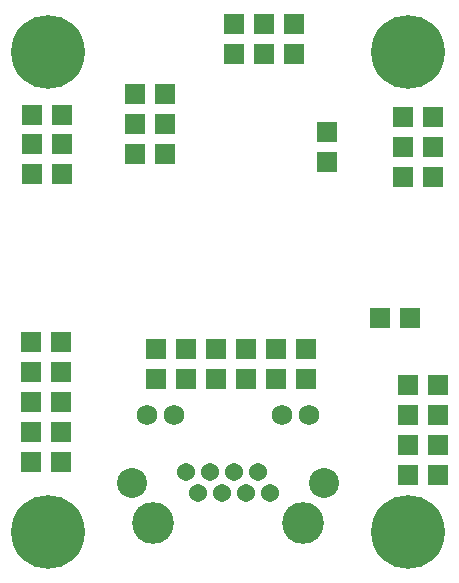
<source format=gbr>
G04 #@! TF.FileFunction,Soldermask,Top*
%FSLAX46Y46*%
G04 Gerber Fmt 4.6, Leading zero omitted, Abs format (unit mm)*
G04 Created by KiCad (PCBNEW 4.0.2+e4-6225~38~ubuntu15.10.1-stable) date Út 31. květen 2016, 18:30:28 CEST*
%MOMM*%
G01*
G04 APERTURE LIST*
%ADD10C,0.300000*%
%ADD11C,3.540000*%
%ADD12C,2.540000*%
%ADD13C,1.540000*%
%ADD14C,1.740000*%
%ADD15R,1.764000X1.764000*%
%ADD16C,6.240000*%
G04 APERTURE END LIST*
D10*
D11*
X13970000Y5842000D03*
X26670000Y5842000D03*
D12*
X28450000Y9272000D03*
X12190000Y9272000D03*
D13*
X17780000Y8382000D03*
X19810000Y8382000D03*
X21840000Y8382000D03*
X23870000Y8382000D03*
X16760000Y10162000D03*
X18790000Y10162000D03*
X20820000Y10162000D03*
X22850000Y10162000D03*
D14*
X27180000Y14982000D03*
X24890000Y14982000D03*
X15750000Y14982000D03*
X13460000Y14982000D03*
D15*
X35560000Y17526000D03*
X38100000Y17526000D03*
X35560000Y14986000D03*
X38100000Y14986000D03*
X35560000Y12446000D03*
X38100000Y12446000D03*
X35560000Y9906000D03*
X38100000Y9906000D03*
X14224000Y18034000D03*
X14224000Y20574000D03*
X16764000Y18034000D03*
X16764000Y20574000D03*
X19304000Y18034000D03*
X19304000Y20574000D03*
X21844000Y18034000D03*
X21844000Y20574000D03*
X24384000Y18034000D03*
X24384000Y20574000D03*
X26924000Y18034000D03*
X26924000Y20574000D03*
X35179000Y40259000D03*
X37719000Y40259000D03*
X35179000Y37719000D03*
X37719000Y37719000D03*
X35179000Y35179000D03*
X37719000Y35179000D03*
X28702000Y38989000D03*
X28702000Y36449000D03*
X14986000Y37084000D03*
X14986000Y39624000D03*
X14986000Y42164000D03*
X20828000Y45593000D03*
X20828000Y48133000D03*
X23368000Y45593000D03*
X23368000Y48133000D03*
X25908000Y45593000D03*
X25908000Y48133000D03*
X3746500Y37909500D03*
X6286500Y37909500D03*
X6223000Y21209000D03*
X3683000Y21209000D03*
X6223000Y13589000D03*
X3683000Y13589000D03*
X6223000Y16129000D03*
X3683000Y16129000D03*
X6223000Y18669000D03*
X3683000Y18669000D03*
X6223000Y11049000D03*
X3683000Y11049000D03*
D16*
X5080000Y45720000D03*
X35560000Y5080000D03*
X5080000Y5080000D03*
X35560000Y45720000D03*
D15*
X12446000Y37084000D03*
X12446000Y39624000D03*
X12446000Y42164000D03*
X33210500Y23177500D03*
X35750500Y23177500D03*
X6286500Y35369500D03*
X3746500Y35369500D03*
X6299200Y40436800D03*
X3759200Y40436800D03*
M02*

</source>
